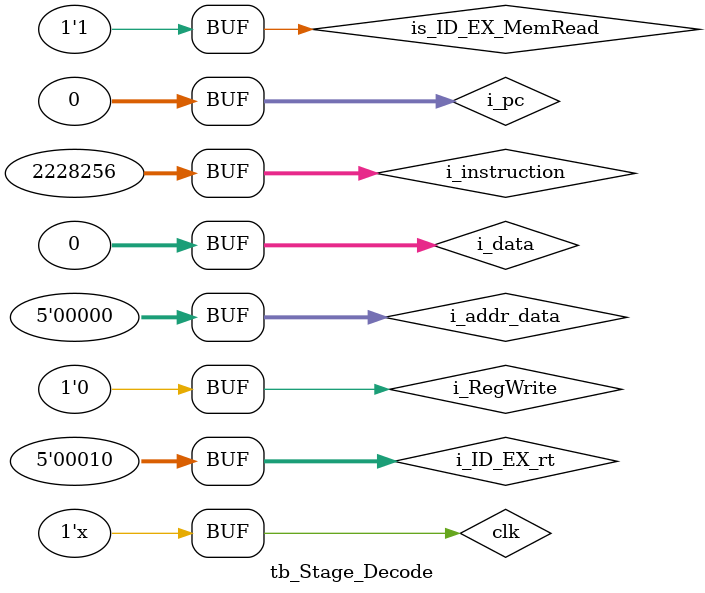
<source format=v>
`timescale 1ns / 1ps

module tb_Stage_Decode();


    reg           clk;

    reg           i_RegWrite;
    reg  [4  : 0] i_addr_data;
    reg  [31 : 0] i_data; 
    reg  [31 : 0] i_pc;
    reg  [31 : 0] i_instruction;
    reg  [4  : 0] i_ID_EX_rt;
    reg           is_ID_EX_MemRead;
    

    wire [4  : 0] o_rt_addr;
    wire [4  : 0] o_rd_addr;
    wire [31 : 0] o_sig_extended;
    wire [31 : 0] o_rs_reg;
    wire [31 : 0] o_rt_reg;
    wire [31 : 0] o_pc;
    wire [31 : 0] o_jump_address;
    wire          os_RegDst;
    wire          os_MemRead;
    wire          os_MemWrite;
    wire          os_MemtoReg;
    wire [3 : 0]  os_ALUop;
    wire          os_ALUsrc;
    wire          os_RegWrite;
    wire          os_shmat;
    wire [2 : 0]  os_load_store_type;
    wire [5 : 0]  o_op;
    wire          os_pc_write;
    wire          os_write_IF_ID;
    initial begin
        clk                 = 0;
        i_RegWrite          = 0;
        i_addr_data         = 0;
        i_data              = 0; 
        i_pc                = 0;
        i_instruction       = 0;
        i_ID_EX_rt          = 0;
        is_ID_EX_MemRead    = 0;

        #100
        i_RegWrite          = 1;
        i_addr_data         = 5'b00001;
        i_data              = 7; 
        //ADD
        i_instruction       = 31'b00000000001000100010000000100000;
        //La instruccion siguiente no es un load
        i_ID_EX_rt          = 0;
        is_ID_EX_MemRead    = 0;
        
        #2
        i_RegWrite          = 0;
        i_addr_data         = 0;
        i_data              = 0; 
        //Instruccion de adelante es un load y coincide uno de los reg(rs)
        i_instruction       = 31'b00000000001000100000000000100000;
        i_ID_EX_rt          = 5'b00001;
        is_ID_EX_MemRead    = 1;
        #2
        i_RegWrite          = 0;
        i_addr_data         = 0;
        i_data              = 0; 
        //Instruccion de adelante es un load pero no coinsiden los reg 
        i_instruction       = 31'b00000000001000100000000000100000;
        i_ID_EX_rt          = 5'b00011;
        is_ID_EX_MemRead    = 1;
        #2
        i_RegWrite          = 0;
        i_addr_data         = 0;
        i_data              = 0; 
        //Instruccion de adelante es un load y coincide uno de los reg(rt)
        i_instruction       = 31'b00000000001000100000000000100000;
        i_ID_EX_rt          = 5'b00010;
        is_ID_EX_MemRead    = 1;
    end

    always #1 clk = ~ clk;
    
    Stage_Decode u_Stage_Decode(
                            .clk(clk),
                            .i_addr_data(i_addr_data),
                            .i_data(i_data), 
                            .i_RegWrite(i_RegWrite),
                            .i_pc(i_pc),
                            .i_instruction(i_instruction),
                            .i_ID_EX_rt(i_ID_EX_rt),
                            .is_ID_EX_MemRead(is_ID_EX_MemRead),
                            .o_rt_addr(o_rt_addr),
                            .o_rd_addr(o_rd_addr),
                            .o_sig_extended(o_sig_extended),
                            .o_rs_reg(o_rs_reg),
                            .o_rt_reg(o_rt_reg),
                            .o_pc(o_pc),
                            .o_jump_address(o_jump_address),
                            .os_RegDst(os_RegDst),
                            .os_MemRead(os_MemRead),
                            .os_MemWrite(os_MemWrite),
                            .os_MemtoReg(os_MemtoReg),
                            .os_ALUop(os_ALUop),
                            .os_ALUsrc(os_ALUsrc),
                            .os_RegWrite(os_RegWrite),
                            .os_shmat(os_shmat),
                            .os_load_store_type(os_load_store_type),
                            .o_op(o_op),
                            .os_pc_write(os_pc_write),
                            .os_write_IF_ID(os_write_IF_ID)
                            );
endmodule

</source>
